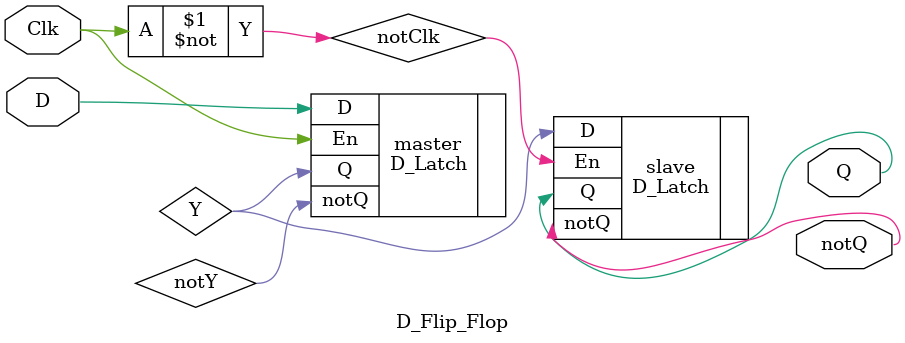
<source format=v>
module D_Flip_Flop (
    input D,      
    input Clk,      
    output Q,
    output notQ
);

wire Y, notY;
wire notClk;

not g1(notClk, Clk);

D_Latch master (
        .D(D),
        .En(Clk),
        .Q(Y),
        .notQ(notY)
    );

D_Latch slave (
        .D(Y),
        .En(notClk),
        .Q(Q),
        .notQ(notQ)
    );

endmodule

</source>
